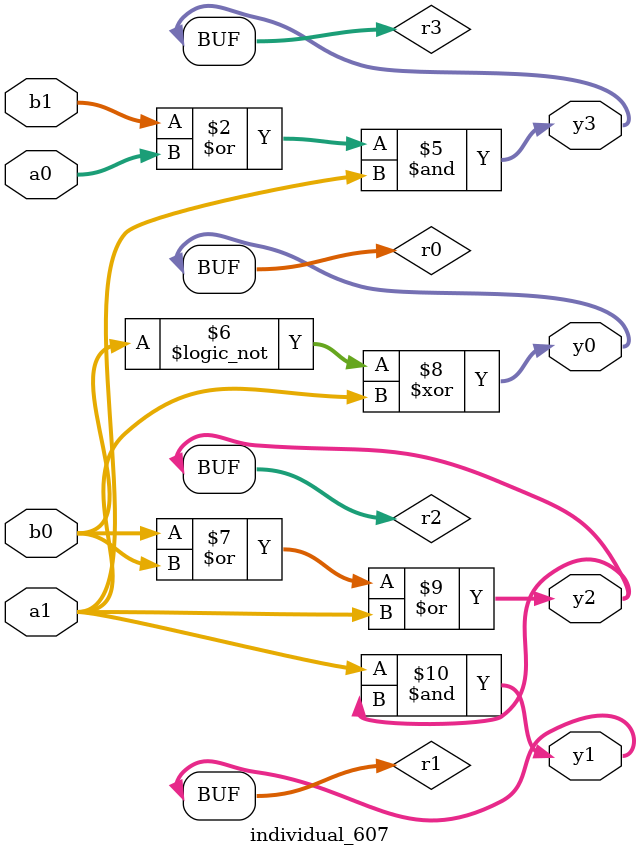
<source format=sv>
module individual_607(input logic [15:0] a1, input logic [15:0] a0, input logic [15:0] b1, input logic [15:0] b0, output logic [15:0] y3, output logic [15:0] y2, output logic [15:0] y1, output logic [15:0] y0);
logic [15:0] r0, r1, r2, r3; 
 always@(*) begin 
	 r0 = a0; r1 = a1; r2 = b0; r3 = b1; 
 	 r3  |=  r0 ;
 	 r0  |=  b1 ;
 	 r0  &=  a1 ;
 	 r3  &=  a1 ;
 	 r0 = ! b0 ;
 	 r2  |=  r2 ;
 	 r0  ^=  a1 ;
 	 r2  |=  a1 ;
 	 r1  &=  r2 ;
 	 y3 = r3; y2 = r2; y1 = r1; y0 = r0; 
end
endmodule
</source>
